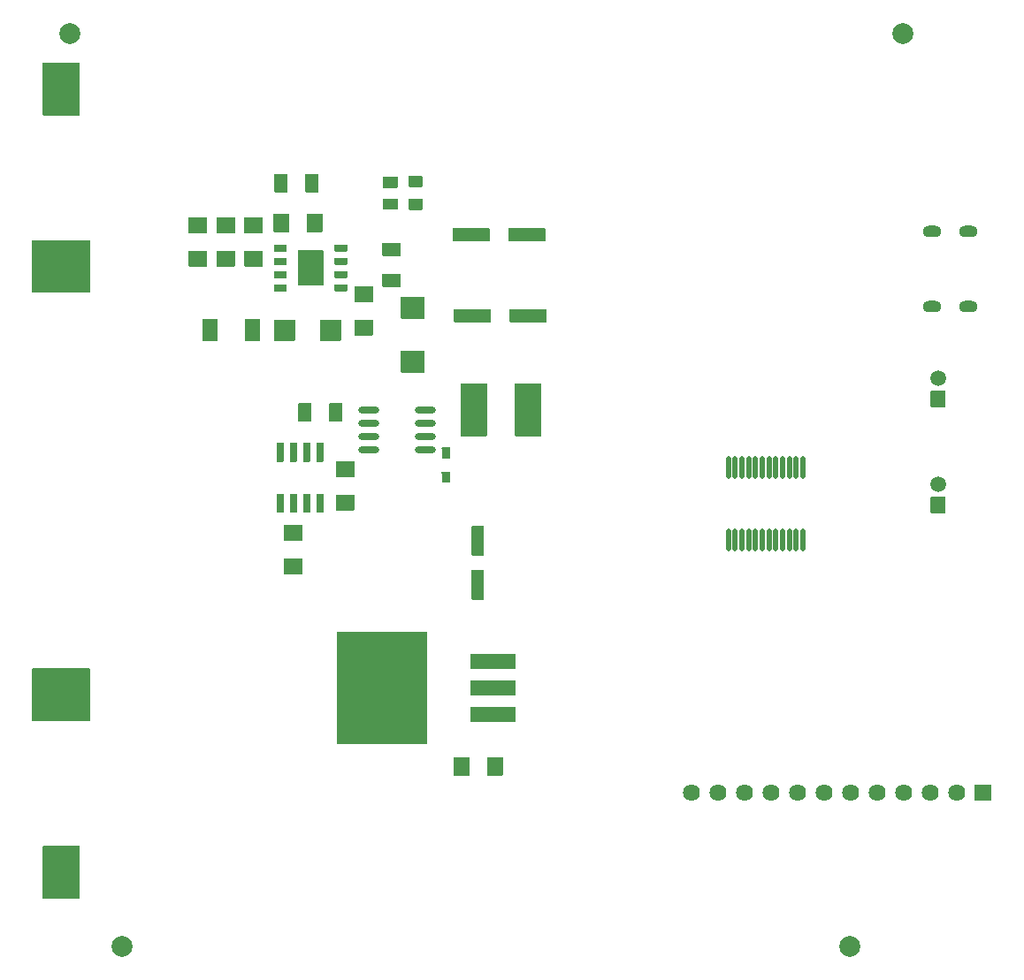
<source format=gts>
G04 Layer: TopSolderMaskLayer*
G04 EasyEDA Pro v1.6.32, 2022-10-17 22:27:42*
G04 Gerber Generator version 0.3*
G04 Scale: 100 percent, Rotated: No, Reflected: No*
G04 Dimensions in millimeters*
G04 Leading zeros omitted, absolute positions, 4 integers and 2 decimals*
G04 Panelize: V-CUT, Column: 1, Row: 1, Board Size: 99.693mm x 90.043mm, Panelized Board Size: 99.693mm x 95.438mm, Panelized Method: Only Board Outline*
%FSLAX42Y42*%
%MOMM*%
%ADD10C,1.999999*%
%ADD11O,1.799285X1.100785*%
%ADD12O,0.465607X2.183613*%
%ADD13O,1.98882X0.67564*%
%ADD14C,1.501597*%
%ADD15C,1.6256*%
%ADD16C,0.610001*%
G75*


G04 Panelize Start*
G54D10*
G01X-4639Y-130D03*
G01X3330Y-130D03*
G01X-4139Y-8874D03*
G01X2830Y-8874D03*
G04 Panelize End*

G04 Pad Start*
G54D11*
G01X3611Y-2745D03*
G01X3958Y-2745D03*
G01X3958Y-2030D03*
G01X3611Y-2030D03*
G36*
G01X-373Y-6722D02*
G01X-373Y-6587D01*
G03X-378Y-6582I-5J0D01*
G01X-803D01*
G03X-808Y-6587I0J-5D01*
G01Y-6722D01*
G03X-803Y-6727I5J0D01*
G01X-378D01*
G03X-373Y-6722I0J5D01*
G37*
G36*
G01X-373Y-6214D02*
G01X-373Y-6079D01*
G03X-378Y-6074I-5J0D01*
G01X-803D01*
G03X-808Y-6079I0J-5D01*
G01Y-6214D01*
G03X-803Y-6219I5J0D01*
G01X-378D01*
G03X-373Y-6214I0J5D01*
G37*
G36*
G01X-1218Y-6933D02*
G01X-1218Y-5868D01*
G03X-1223Y-5863I-5J0D01*
G01X-2079D01*
G03X-2084Y-5868I0J-5D01*
G01Y-6933D01*
G03X-2079Y-6938I5J0D01*
G01X-1223D01*
G03X-1218Y-6933I0J5D01*
G37*
G36*
G01X-373Y-6468D02*
G01X-373Y-6333D01*
G03X-378Y-6328I-5J0D01*
G01X-803D01*
G03X-808Y-6333I0J-5D01*
G01Y-6468D01*
G03X-803Y-6473I5J0D01*
G01X-378D01*
G03X-373Y-6468I0J5D01*
G37*
G54D12*
G01X2377Y-4286D03*
G01X2312Y-4286D03*
G01X2247Y-4286D03*
G01X2182Y-4286D03*
G01X2117Y-4286D03*
G01X2052Y-4286D03*
G01X1987Y-4286D03*
G01X1922Y-4286D03*
G01X1857Y-4286D03*
G01X1792Y-4286D03*
G01X1727Y-4286D03*
G01X1662Y-4286D03*
G01X2377Y-4985D03*
G01X2312Y-4985D03*
G01X2247Y-4985D03*
G01X2182Y-4985D03*
G01X2117Y-4985D03*
G01X2052Y-4985D03*
G01X1987Y-4985D03*
G01X1922Y-4985D03*
G01X1857Y-4985D03*
G01X1792Y-4985D03*
G01X1727Y-4985D03*
G01X1662Y-4985D03*
G36*
G01X-2104Y-2598D02*
G01X-1988Y-2598D01*
G03X-1983Y-2593I0J5D01*
G01Y-2538D01*
G03X-1988Y-2533I-5J0D01*
G01X-2104D01*
G03X-2109Y-2538I0J-5D01*
G01Y-2593D01*
G03X-2104Y-2598I5J0D01*
G37*
G36*
G01X-2104Y-2471D02*
G01X-1988Y-2471D01*
G03X-1983Y-2466I0J5D01*
G01Y-2411D01*
G03X-1988Y-2406I-5J0D01*
G01X-2104D01*
G03X-2109Y-2411I0J-5D01*
G01Y-2466D01*
G03X-2104Y-2471I5J0D01*
G37*
G36*
G01X-2104Y-2344D02*
G01X-1988Y-2344D01*
G03X-1983Y-2339I0J5D01*
G01Y-2284D01*
G03X-1988Y-2279I-5J0D01*
G01X-2104D01*
G03X-2109Y-2284I0J-5D01*
G01Y-2339D01*
G03X-2104Y-2344I5J0D01*
G37*
G36*
G01X-2104Y-2217D02*
G01X-1988Y-2217D01*
G03X-1983Y-2212I0J5D01*
G01Y-2157D01*
G03X-1988Y-2152I-5J0D01*
G01X-2104D01*
G03X-2109Y-2157I0J-5D01*
G01Y-2212D01*
G03X-2104Y-2217I5J0D01*
G37*
G36*
G01X-2685Y-2217D02*
G01X-2570Y-2217D01*
G03X-2565Y-2212I0J5D01*
G01Y-2157D01*
G03X-2570Y-2152I-5J0D01*
G01X-2685D01*
G03X-2690Y-2157I0J-5D01*
G01Y-2212D01*
G03X-2685Y-2217I5J0D01*
G37*
G36*
G01X-2685Y-2344D02*
G01X-2570Y-2344D01*
G03X-2565Y-2339I0J5D01*
G01Y-2284D01*
G03X-2570Y-2279I-5J0D01*
G01X-2685D01*
G03X-2690Y-2284I0J-5D01*
G01Y-2339D01*
G03X-2685Y-2344I5J0D01*
G37*
G36*
G01X-2685Y-2471D02*
G01X-2570Y-2471D01*
G03X-2565Y-2466I0J5D01*
G01Y-2411D01*
G03X-2570Y-2406I-5J0D01*
G01X-2685D01*
G03X-2690Y-2411I0J-5D01*
G01Y-2466D01*
G03X-2685Y-2471I5J0D01*
G37*
G36*
G01X-2685Y-2598D02*
G01X-2570Y-2598D01*
G03X-2565Y-2593I0J5D01*
G01Y-2538D01*
G03X-2570Y-2533I-5J0D01*
G01X-2685D01*
G03X-2690Y-2538I0J-5D01*
G01Y-2593D01*
G03X-2685Y-2598I5J0D01*
G37*
G36*
G01X-2219Y-2207D02*
G01X-2454Y-2207D01*
G03X-2459Y-2212I0J-5D01*
G01Y-2537D01*
G03X-2454Y-2542I5J0D01*
G01X-2219D01*
G03X-2214Y-2537I0J5D01*
G01Y-2212D01*
G03X-2219Y-2207I-5J0D01*
G37*
G36*
G01X-1645Y-2260D02*
G01X-1479Y-2260D01*
G03X-1475Y-2255I0J5D01*
G01Y-2139D01*
G03X-1479Y-2134I-5J0D01*
G01X-1645D01*
G03X-1650Y-2139I0J-5D01*
G01Y-2255D01*
G03X-1645Y-2260I5J0D01*
G37*
G36*
G01X-1645Y-2556D02*
G01X-1479Y-2556D01*
G03X-1475Y-2551I0J5D01*
G01Y-2435D01*
G03X-1479Y-2430I-5J0D01*
G01X-1645D01*
G03X-1650Y-2435I0J-5D01*
G01Y-2551D01*
G03X-1645Y-2556I5J0D01*
G37*
G36*
G01X-2249Y-2874D02*
G01X-2249Y-3069D01*
G03X-2244Y-3074I5J0D01*
G01X-2049D01*
G03X-2044Y-3069I0J5D01*
G01Y-2874D01*
G03X-2049Y-2869I-5J0D01*
G01X-2244D01*
G03X-2249Y-2874I0J-5D01*
G37*
G36*
G01X-2689Y-2874D02*
G01X-2689Y-3069D01*
G03X-2684Y-3074I5J0D01*
G01X-2489D01*
G03X-2484Y-3069I0J5D01*
G01Y-2874D01*
G03X-2489Y-2869I-5J0D01*
G01X-2684D01*
G03X-2689Y-2874I0J-5D01*
G37*
G36*
G01X-2969Y-2868D02*
G01X-2969Y-3075D01*
G03X-2964Y-3080I5J0D01*
G01X-2828D01*
G03X-2824Y-3075I0J5D01*
G01Y-2868D01*
G03X-2828Y-2863I-5J0D01*
G01X-2964D01*
G03X-2969Y-2868I0J-5D01*
G37*
G36*
G01X-3374Y-2868D02*
G01X-3374Y-3075D01*
G03X-3369Y-3080I5J0D01*
G01X-3234D01*
G03X-3229Y-3075I0J5D01*
G01Y-2868D01*
G03X-3234Y-2863I-5J0D01*
G01X-3369D01*
G03X-3374Y-2868I0J-5D01*
G37*
G36*
G01X-1913Y-2706D02*
G01X-1745Y-2706D01*
G03X-1740Y-2701I0J5D01*
G01Y-2557D01*
G03X-1745Y-2552I-5J0D01*
G01X-1913D01*
G03X-1918Y-2557I0J-5D01*
G01Y-2701D01*
G03X-1913Y-2706I5J0D01*
G37*
G36*
G01X-1913Y-3024D02*
G01X-1745Y-3024D01*
G03X-1740Y-3019I0J5D01*
G01Y-2876D01*
G03X-1745Y-2871I-5J0D01*
G01X-1913D01*
G03X-1918Y-2876I0J-5D01*
G01Y-3019D01*
G03X-1913Y-3024I5J0D01*
G37*
G36*
G01X-2799Y-2209D02*
G01X-2967Y-2209D01*
G03X-2972Y-2214I0J-5D01*
G01Y-2358D01*
G03X-2967Y-2363I5J0D01*
G01X-2799D01*
G03X-2794Y-2358I0J5D01*
G01Y-2214D01*
G03X-2799Y-2209I-5J0D01*
G37*
G36*
G01X-2799Y-1891D02*
G01X-2967Y-1891D01*
G03X-2972Y-1896I0J-5D01*
G01Y-2039D01*
G03X-2967Y-2044I5J0D01*
G01X-2799D01*
G03X-2794Y-2039I0J5D01*
G01Y-1896D01*
G03X-2799Y-1891I-5J0D01*
G37*
G36*
G01X-2539Y-2027D02*
G01X-2539Y-1859D01*
G03X-2544Y-1854I-5J0D01*
G01X-2688D01*
G03X-2693Y-1859I0J-5D01*
G01Y-2027D01*
G03X-2688Y-2032I5J0D01*
G01X-2544D01*
G03X-2539Y-2027I0J5D01*
G37*
G36*
G01X-2221Y-2027D02*
G01X-2221Y-1859D01*
G03X-2226Y-1854I-5J0D01*
G01X-2370D01*
G03X-2374Y-1859I0J-5D01*
G01Y-2027D01*
G03X-2370Y-2032I5J0D01*
G01X-2226D01*
G03X-2221Y-2027I0J5D01*
G37*
G36*
G01X-3332Y-2209D02*
G01X-3500Y-2209D01*
G03X-3505Y-2214I0J-5D01*
G01Y-2358D01*
G03X-3500Y-2363I5J0D01*
G01X-3332D01*
G03X-3327Y-2358I0J5D01*
G01Y-2214D01*
G03X-3332Y-2209I-5J0D01*
G37*
G36*
G01X-3332Y-1891D02*
G01X-3500Y-1891D01*
G03X-3505Y-1896I0J-5D01*
G01Y-2039D01*
G03X-3500Y-2044I5J0D01*
G01X-3332D01*
G03X-3327Y-2039I0J5D01*
G01Y-1896D01*
G03X-3332Y-1891I-5J0D01*
G37*
G36*
G01X-3066Y-2209D02*
G01X-3234Y-2209D01*
G03X-3239Y-2214I0J-5D01*
G01Y-2358D01*
G03X-3234Y-2363I5J0D01*
G01X-3066D01*
G03X-3061Y-2358I0J5D01*
G01Y-2214D01*
G03X-3066Y-2209I-5J0D01*
G37*
G36*
G01X-3066Y-1891D02*
G01X-3234Y-1891D01*
G03X-3239Y-1896I0J-5D01*
G01Y-2039D01*
G03X-3234Y-2044I5J0D01*
G01X-3066D01*
G03X-3061Y-2039I0J5D01*
G01Y-1896D01*
G03X-3066Y-1891I-5J0D01*
G37*
G36*
G01X-2557Y-1645D02*
G01X-2557Y-1479D01*
G03X-2562Y-1475I-5J0D01*
G01X-2678D01*
G03X-2683Y-1479I0J-5D01*
G01Y-1645D01*
G03X-2678Y-1650I5J0D01*
G01X-2562D01*
G03X-2557Y-1645I0J5D01*
G37*
G36*
G01X-2261Y-1645D02*
G01X-2261Y-1479D01*
G03X-2266Y-1475I-5J0D01*
G01X-2382D01*
G03X-2387Y-1479I0J-5D01*
G01Y-1645D01*
G03X-2382Y-1650I5J0D01*
G01X-2266D01*
G03X-2261Y-1645I0J5D01*
G37*
G36*
G01X-1272Y-1493D02*
G01X-1393Y-1493D01*
G03X-1398Y-1498I0J-5D01*
G01Y-1594D01*
G03X-1393Y-1599I5J0D01*
G01X-1272D01*
G03X-1267Y-1594I0J5D01*
G01Y-1498D01*
G03X-1272Y-1493I-5J0D01*
G37*
G36*
G01X-1272Y-1713D02*
G01X-1393Y-1713D01*
G03X-1398Y-1718I0J-5D01*
G01Y-1814D01*
G03X-1393Y-1819I5J0D01*
G01X-1272D01*
G03X-1267Y-1814I0J5D01*
G01Y-1718D01*
G03X-1272Y-1713I-5J0D01*
G37*
G36*
G01X-1507Y-1503D02*
G01X-1642Y-1503D01*
G03X-1647Y-1508I0J-5D01*
G01Y-1603D01*
G03X-1642Y-1608I5J0D01*
G01X-1507D01*
G03X-1502Y-1603I0J5D01*
G01Y-1508D01*
G03X-1507Y-1503I-5J0D01*
G37*
G36*
G01X-1507Y-1713D02*
G01X-1642Y-1713D01*
G03X-1647Y-1718I0J-5D01*
G01Y-1813D01*
G03X-1642Y-1818I5J0D01*
G01X-1507D01*
G03X-1502Y-1813I0J5D01*
G01Y-1718D01*
G03X-1507Y-1713I-5J0D01*
G37*
G36*
G01X-813Y-7234D02*
G01X-813Y-7066D01*
G03X-818Y-7061I-5J0D01*
G01X-962D01*
G03X-967Y-7066I0J-5D01*
G01Y-7234D01*
G03X-962Y-7239I5J0D01*
G01X-818D01*
G03X-813Y-7234I0J5D01*
G37*
G36*
G01X-495Y-7234D02*
G01X-495Y-7066D01*
G03X-500Y-7061I-5J0D01*
G01X-643D01*
G03X-648Y-7066I0J-5D01*
G01Y-7234D01*
G03X-643Y-7239I5J0D01*
G01X-500D01*
G03X-495Y-7234I0J5D01*
G37*
G36*
G01X-2407Y-4543D02*
G01X-2407Y-4718D01*
G03X-2403Y-4723I5J0D01*
G01X-2347D01*
G03X-2342Y-4718I0J5D01*
G01Y-4543D01*
G03X-2347Y-4538I-5J0D01*
G01X-2403D01*
G03X-2407Y-4543I0J-5D01*
G37*
G36*
G01X-2280Y-4543D02*
G01X-2280Y-4718D01*
G03X-2276Y-4723I5J0D01*
G01X-2220D01*
G03X-2215Y-4718I0J5D01*
G01Y-4543D01*
G03X-2220Y-4538I-5J0D01*
G01X-2276D01*
G03X-2280Y-4543I0J-5D01*
G37*
G36*
G01X-2534Y-4543D02*
G01X-2534Y-4718D01*
G03X-2530Y-4723I5J0D01*
G01X-2474D01*
G03X-2469Y-4718I0J5D01*
G01Y-4543D01*
G03X-2474Y-4538I-5J0D01*
G01X-2530D01*
G03X-2534Y-4543I0J-5D01*
G37*
G36*
G01X-2661Y-4543D02*
G01X-2661Y-4718D01*
G03X-2657Y-4723I5J0D01*
G01X-2601D01*
G03X-2596Y-4718I0J5D01*
G01Y-4543D01*
G03X-2601Y-4538I-5J0D01*
G01X-2657D01*
G03X-2661Y-4543I0J-5D01*
G37*
G36*
G01X-2215Y-4228D02*
G01X-2215Y-4052D01*
G03X-2220Y-4048I-5J0D01*
G01X-2276D01*
G03X-2280Y-4052I0J-5D01*
G01Y-4228D01*
G03X-2276Y-4233I5J0D01*
G01X-2220D01*
G03X-2215Y-4228I0J5D01*
G37*
G36*
G01X-2342Y-4228D02*
G01X-2342Y-4052D01*
G03X-2347Y-4048I-5J0D01*
G01X-2403D01*
G03X-2407Y-4052I0J-5D01*
G01Y-4228D01*
G03X-2403Y-4233I5J0D01*
G01X-2347D01*
G03X-2342Y-4228I0J5D01*
G37*
G36*
G01X-2469Y-4228D02*
G01X-2469Y-4052D01*
G03X-2474Y-4048I-5J0D01*
G01X-2530D01*
G03X-2534Y-4052I0J-5D01*
G01Y-4228D01*
G03X-2530Y-4233I5J0D01*
G01X-2474D01*
G03X-2469Y-4228I0J5D01*
G37*
G36*
G01X-2596Y-4228D02*
G01X-2596Y-4052D01*
G03X-2601Y-4048I-5J0D01*
G01X-2657D01*
G03X-2661Y-4052I0J-5D01*
G01Y-4228D01*
G03X-2657Y-4233I5J0D01*
G01X-2601D01*
G03X-2596Y-4228I0J5D01*
G37*
G54D13*
G01X-1781Y-3734D03*
G01X-1781Y-3861D03*
G01X-1781Y-3988D03*
G01X-1781Y-4115D03*
G01X-1241Y-3734D03*
G01X-1241Y-3861D03*
G01X-1241Y-3988D03*
G01X-1241Y-4115D03*
G36*
G01X-1077Y-4200D02*
G01X-1006Y-4200D01*
G03X-1001Y-4195I0J5D01*
G01Y-4099D01*
G03X-1006Y-4094I-5J0D01*
G01X-1077D01*
G03X-1081Y-4099I0J-5D01*
G01Y-4195D01*
G03X-1077Y-4200I5J0D01*
G37*
G36*
G01X-1077Y-4434D02*
G01X-1006Y-4434D01*
G03X-1001Y-4429I0J5D01*
G01Y-4334D01*
G03X-1006Y-4329I-5J0D01*
G01X-1077D01*
G03X-1081Y-4334I0J-5D01*
G01Y-4429D01*
G03X-1077Y-4434I5J0D01*
G37*
G36*
G01X-648Y-3982D02*
G01X-648Y-3485D01*
G03X-653Y-3480I-5J0D01*
G01X-896D01*
G03X-901Y-3485I0J-5D01*
G01Y-3982D01*
G03X-896Y-3987I5J0D01*
G01X-653D01*
G03X-648Y-3982I0J5D01*
G37*
G36*
G01X-128Y-3982D02*
G01X-128Y-3485D01*
G03X-133Y-3480I-5J0D01*
G01X-375D01*
G03X-380Y-3485I0J-5D01*
G01Y-3982D01*
G03X-375Y-3987I5J0D01*
G01X-133D01*
G03X-128Y-3982I0J5D01*
G37*
G36*
G01X-2328Y-3842D02*
G01X-2328Y-3676D01*
G03X-2333Y-3672I-5J0D01*
G01X-2449D01*
G03X-2454Y-3676I0J-5D01*
G01Y-3842D01*
G03X-2449Y-3847I5J0D01*
G01X-2333D01*
G03X-2328Y-3842I0J5D01*
G37*
G36*
G01X-2033Y-3842D02*
G01X-2033Y-3676D01*
G03X-2037Y-3672I-5J0D01*
G01X-2154D01*
G03X-2158Y-3676I0J-5D01*
G01Y-3842D01*
G03X-2154Y-3847I5J0D01*
G01X-2037D01*
G03X-2033Y-3842I0J5D01*
G37*
G36*
G01X-2091Y-4381D02*
G01X-1923Y-4381D01*
G03X-1918Y-4376I0J5D01*
G01Y-4232D01*
G03X-1923Y-4227I-5J0D01*
G01X-2091D01*
G03X-2096Y-4232I0J-5D01*
G01Y-4376D01*
G03X-2091Y-4381I5J0D01*
G37*
G36*
G01X-2091Y-4700D02*
G01X-1923Y-4700D01*
G03X-1918Y-4695I0J5D01*
G01Y-4551D01*
G03X-1923Y-4546I-5J0D01*
G01X-2091D01*
G03X-2096Y-4551I0J-5D01*
G01Y-4695D01*
G03X-2091Y-4700I5J0D01*
G37*
G36*
G01X-2586Y-4992D02*
G01X-2418Y-4992D01*
G03X-2413Y-4987I0J5D01*
G01Y-4843D01*
G03X-2418Y-4838I-5J0D01*
G01X-2586D01*
G03X-2591Y-4843I0J-5D01*
G01Y-4987D01*
G03X-2586Y-4992I5J0D01*
G37*
G36*
G01X-2586Y-5310D02*
G01X-2418Y-5310D01*
G03X-2413Y-5305I0J5D01*
G01Y-5162D01*
G03X-2418Y-5157I-5J0D01*
G01X-2586D01*
G03X-2591Y-5162I0J-5D01*
G01Y-5305D01*
G03X-2586Y-5310I5J0D01*
G37*
G36*
G01X3738Y-4569D02*
G01X3603Y-4569D01*
G03X3598Y-4574I0J-5D01*
G01Y-4719D01*
G03X3603Y-4724I5J0D01*
G01X3738D01*
G03X3743Y-4719I0J5D01*
G01Y-4574D01*
G03X3738Y-4569I-5J0D01*
G37*
G54D14*
G01X3670Y-4447D03*
G36*
G01X3738Y-3553D02*
G01X3603Y-3553D01*
G03X3598Y-3558I0J-5D01*
G01Y-3703D01*
G03X3603Y-3708I5J0D01*
G01X3738D01*
G03X3743Y-3703I0J5D01*
G01Y-3558D01*
G03X3738Y-3553I-5J0D01*
G37*
G01X3670Y-3431D03*
G36*
G01X-978Y-2000D02*
G01X-978Y-2115D01*
G03X-973Y-2120I5J0D01*
G01X-628D01*
G03X-623Y-2115I0J5D01*
G01Y-2000D01*
G03X-628Y-1995I-5J0D01*
G01X-973D01*
G03X-978Y-2000I0J-5D01*
G37*
G36*
G01X-444Y-2000D02*
G01X-444Y-2115D01*
G03X-439Y-2120I5J0D01*
G01X-94D01*
G03X-89Y-2115I0J5D01*
G01Y-2000D01*
G03X-94Y-1995I-5J0D01*
G01X-439D01*
G03X-444Y-2000I0J-5D01*
G37*
G36*
G01X-966Y-2774D02*
G01X-966Y-2890D01*
G03X-961Y-2895I5J0D01*
G01X-615D01*
G03X-610Y-2890I0J5D01*
G01Y-2774D01*
G03X-615Y-2770I-5J0D01*
G01X-961D01*
G03X-966Y-2774I0J-5D01*
G37*
G36*
G01X-432Y-2774D02*
G01X-432Y-2890D01*
G03X-427Y-2895I5J0D01*
G01X-81D01*
G03X-76Y-2890I0J5D01*
G01Y-2774D01*
G03X-81Y-2770I-5J0D01*
G01X-427D01*
G03X-432Y-2774I0J-5D01*
G37*
G36*
G01X-684Y-4849D02*
G01X-789Y-4849D01*
G03X-794Y-4853I0J-5D01*
G01Y-5129D01*
G03X-789Y-5134I5J0D01*
G01X-684D01*
G03X-679Y-5129I0J5D01*
G01Y-4853D01*
G03X-684Y-4849I-5J0D01*
G37*
G36*
G01X-684Y-5269D02*
G01X-789Y-5269D01*
G03X-794Y-5273I0J-5D01*
G01Y-5549D01*
G03X-789Y-5554I5J0D01*
G01X-684D01*
G03X-679Y-5549I0J5D01*
G01Y-5273D01*
G03X-684Y-5269I-5J0D01*
G37*
G36*
G01X-4997Y-6718D02*
G01X-4452Y-6718D01*
G03X-4447Y-6713I0J5D01*
G01Y-6218D01*
G03X-4452Y-6213I-5J0D01*
G01X-4997D01*
G03X-5002Y-6218I0J-5D01*
G01Y-6713D01*
G03X-4997Y-6718I5J0D01*
G37*
G36*
G01X-4897Y-8418D02*
G01X-4552Y-8418D01*
G03X-4547Y-8413I0J5D01*
G01Y-7918D01*
G03X-4552Y-7913I-5J0D01*
G01X-4897D01*
G03X-4902Y-7918I0J-5D01*
G01Y-8413D01*
G03X-4897Y-8418I5J0D01*
G37*
G36*
G01X-4452Y-2109D02*
G01X-4997Y-2109D01*
G03X-5002Y-2114I0J-5D01*
G01Y-2609D01*
G03X-4997Y-2614I5J0D01*
G01X-4452D01*
G03X-4447Y-2609I0J5D01*
G01Y-2114D01*
G03X-4452Y-2109I-5J0D01*
G37*
G36*
G01X-4552Y-409D02*
G01X-4897Y-409D01*
G03X-4902Y-414I0J-5D01*
G01Y-909D01*
G03X-4897Y-914I5J0D01*
G01X-4552D01*
G03X-4547Y-909I0J5D01*
G01Y-414D01*
G03X-4552Y-409I-5J0D01*
G37*
G54D15*
G01X1308Y-7404D03*
G01X1562Y-7404D03*
G01X1816Y-7404D03*
G01X2070Y-7404D03*
G01X2324Y-7404D03*
G01X2578Y-7404D03*
G01X2832Y-7404D03*
G01X3086Y-7404D03*
G01X3340Y-7404D03*
G01X3594Y-7404D03*
G01X3848Y-7404D03*
G36*
G01X4181Y-7478D02*
G01X4181Y-7330D01*
G03X4176Y-7325I-5J0D01*
G01X4028D01*
G03X4023Y-7330I0J-5D01*
G01Y-7478D01*
G03X4028Y-7483I5J0D01*
G01X4176D01*
G03X4181Y-7478I0J5D01*
G37*
G36*
G01X-1469Y-3379D02*
G01X-1249Y-3379D01*
G03X-1244Y-3374I0J5D01*
G01Y-3174D01*
G03X-1249Y-3169I-5J0D01*
G01X-1469D01*
G03X-1473Y-3174I0J-5D01*
G01Y-3374D01*
G03X-1469Y-3379I5J0D01*
G37*
G36*
G01X-1469Y-2861D02*
G01X-1249Y-2861D01*
G03X-1244Y-2856I0J5D01*
G01Y-2656D01*
G03X-1249Y-2651I-5J0D01*
G01X-1469D01*
G03X-1473Y-2656I0J-5D01*
G01Y-2856D01*
G03X-1469Y-2861I5J0D01*
G37*
G04 Pad End*

G04 Via Start*
G54D16*
G01X-4724Y-711D03*
G01X-4737Y-6515D03*
G01X-4737Y-8115D03*
G04 Via End*

M02*

</source>
